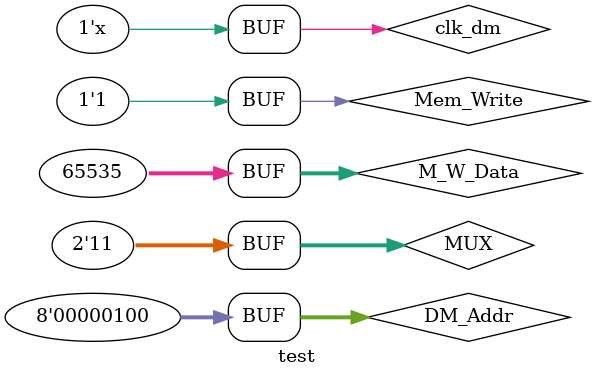
<source format=v>
`timescale 1ns / 1ps



module test;
    reg clk_dm;
    reg [0:0] Mem_Write;
    reg [1:0] MUX;
    reg [7:0] DM_Addr;
    reg [31:0] M_W_Data;
    //input [1:0] size;
    wire [31:0] M_R_Data;
    wire [7:0]LED;
	RAM uut (
		.clk_dm(clk_dm), 
		.Mem_Write(Mem_Write), 
		.MUX(MUX),
		.DM_Addr(DM_Addr),
		.M_W_Data(M_W_Data),
		.M_R_Data(M_R_Data),
		.LED(LED)
	);
	always #20 clk_dm=~clk_dm;
	initial begin
		// Initialize Inputs
		clk_dm=0;
		DM_Addr = 8'b0000000;
		Mem_Write = 0;
		M_W_Data=32'h0000_00ff;
		MUX=2'b00;
		#10;
		MUX=2'b00;
		#40;
		MUX=2'b01;
		#40;
		MUX=2'b10;
		#40;
		MUX=2'b11;
		#40;
        DM_Addr = 8'b0000100;
		MUX=2'b00;
		#40;
		MUX=2'b01;
		#40;
		MUX=2'b10;
		#40;
		MUX=2'b11;
		#40;
		DM_Addr = 8'b0000100;
	    M_W_Data=32'h0000_ffff;
		Mem_Write = 1;
		#40;
		MUX=2'b00;
		#40;
		MUX=2'b01;
		#40;
		MUX=2'b10;
		#40;
		MUX=2'b11;
	end
endmodule


</source>
